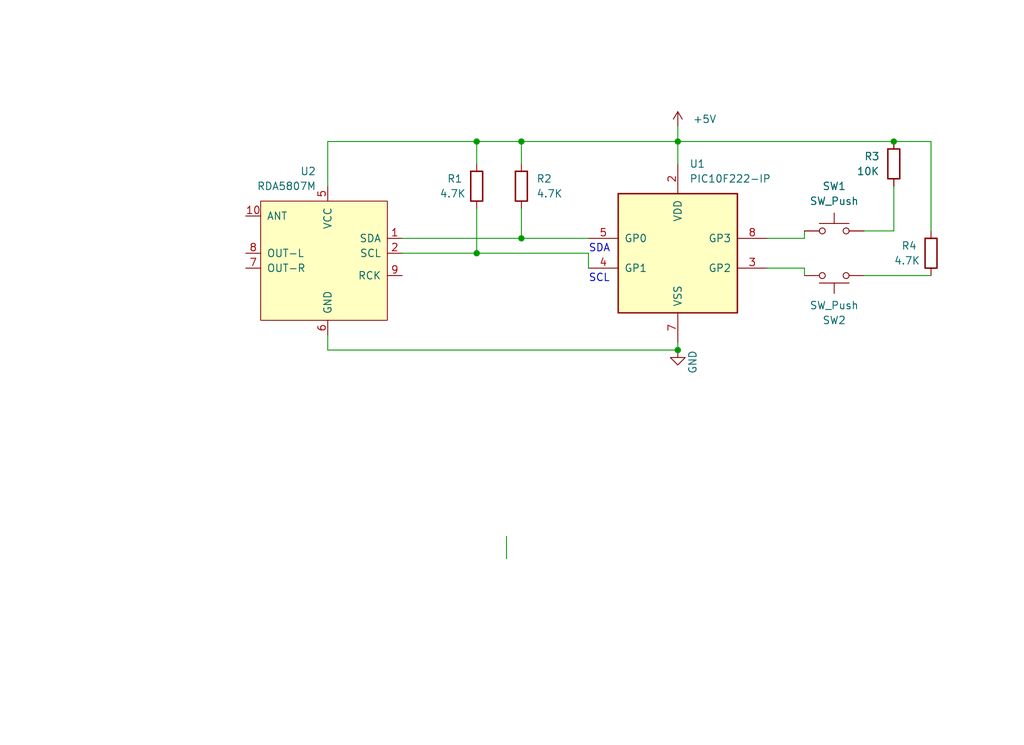
<source format=kicad_sch>
(kicad_sch (version 20230121) (generator eeschema)
  (paper "User" 174.6 127)
  (title_block (title "PIC10F222 and I2C setup") (company "Ricardo Lima Caratti"))
  (lib_symbols
    (symbol "Device:R" (pin_numbers hide) (pin_names (offset 0))
      (property "Reference" "R" (at 2.032 0 90))
      (property "Value" "R" (at 0 0 90))
      (symbol "R_0_1"
        (rectangle (start -1.016 -2.54) (end 1.016 2.54) (stroke (width 0.254)))
      )
      (symbol "R_1_1"
        (pin passive line (at 0 3.81 270) (length 1.27) (name "~") (number "1"))
        (pin passive line (at 0 -3.81 90) (length 1.27) (name "~") (number "2"))
      )
    )
    (symbol "MCU_Microchip_PIC10:PIC10F222-IP" (pin_names (offset 1.016))
      (property "Reference" "U" (at 1.27 13.97 0))
      (property "Value" "PIC10F222-IP" (at 1.27 11.43 0))
      (symbol "PIC10F222-IP_0_1"
        (rectangle (start -10.16 10.16) (end 10.16 -10.16) (stroke (width 0.254)) (fill (type background)))
      )
      (symbol "PIC10F222-IP_1_1"
        (pin power_in line (at 0 15.24 270) (length 5.08) (name "VDD") (number "2"))
        (pin bidirectional line (at 15.24 -2.54 180) (length 5.08) (name "GP2") (number "3"))
        (pin bidirectional line (at -15.24 -2.54 0) (length 5.08) (name "GP1") (number "4"))
        (pin bidirectional line (at -15.24 2.54 0) (length 5.08) (name "GP0") (number "5"))
        (pin power_in line (at 0 -15.24 90) (length 5.08) (name "VSS") (number "7"))
        (pin input line (at 15.24 2.54 180) (length 5.08) (name "GP3") (number "8"))
      )
    )
    (symbol "RF_Module:RDA5807M" (pin_names (offset 1.016))
      (property "Reference" "U" (at 10.16 12.7 0))
      (property "Value" "RDA5807M" (at 6.35 -10.16 0))
      (symbol "RDA5807M_0_1"
        (rectangle (start -10.16 11.43) (end 11.43 -8.89) (fill (type background)))
      )
      (symbol "RDA5807M_1_1"
        (pin input line (at -12.7 5.08 0) (length 2.54) (name "SDA") (number "1"))
        (pin input line (at 13.97 8.89 180) (length 2.54) (name "ANT") (number "10"))
        (pin input line (at -12.7 2.54 0) (length 2.54) (name "SCL") (number "2"))
        (pin power_in line (at 0 13.97 270) (length 2.54) (name "VCC") (number "5"))
        (pin power_out line (at 0 -11.43 90) (length 2.54) (name "GND") (number "6"))
        (pin output line (at 13.97 0 180) (length 2.54) (name "OUT-R") (number "7"))
        (pin output line (at 13.97 2.54 180) (length 2.54) (name "OUT-L") (number "8"))
        (pin input line (at -12.7 -1.27 0) (length 2.54) (name "RCK") (number "9"))
      )
    )
    (symbol "Switch:SW_Push" (pin_numbers hide) (pin_names (offset 1.016) hide)
      (property "Reference" "SW" (at 1.27 2.54 0))
      (property "Value" "SW_Push" (at 0 -1.524 0))
      (symbol "SW_Push_0_1"
        (circle (center -2.032 0) (radius 0.508))
        (polyline (pts (xy 0 1.27) (xy 0 3.048)))
        (polyline (pts (xy 2.54 1.27) (xy -2.54 1.27)))
        (circle (center 2.032 0) (radius 0.508))
        (pin passive line (at -5.08 0 0) (length 2.54) (name "1") (number "1"))
        (pin passive line (at 5.08 0 180) (length 2.54) (name "2") (number "2"))
      )
    )
    (symbol "power:+5V" (power) (pin_names (offset 0))
      (property "Value" "+5V" (at 0 3.556 0))
      (symbol "+5V_0_1"
        (polyline (pts (xy -0.762 1.27) (xy 0 2.54)))
        (polyline (pts (xy 0 0) (xy 0 2.54)))
        (polyline (pts (xy 0 2.54) (xy 0.762 1.27)))
      )
      (symbol "+5V_1_1"
        (pin power_in line (at 0 0 90) (length 0) hide (name "+5V") (number "1"))
      )
    )
    (symbol "power:GND" (power) (pin_names (offset 0))
      (property "Value" "GND" (at 0 -3.81 0))
      (symbol "GND_0_1"
        (polyline (pts (xy 0 0) (xy 0 -1.27) (xy 1.27 -1.27) (xy 0 -2.54) (xy -1.27 -1.27) (xy 0 -1.27)))
      )
      (symbol "GND_1_1"
        (pin power_in line (at 0 0 270) (length 0) hide (name "GND") (number "1"))
      )
    )
  )
  (junction (at 88.9 24.13))
  (junction (at 115.57 24.13))
  (junction (at 81.28 43.18))
  (junction (at 81.28 24.13))
  (junction (at 88.9 40.64))
  (junction (at 152.4 24.13))
  (junction (at 115.57 59.69))
  (wire (pts (xy 86.36 91.44) (xy 86.36 95.25)))
  (wire (pts (xy 88.9 35.56) (xy 88.9 40.64)))
  (wire (pts (xy 88.9 40.64) (xy 100.33 40.64)))
  (wire (pts (xy 68.58 40.64) (xy 88.9 40.64)))
  (wire (pts (xy 115.57 24.13) (xy 115.57 27.94)))
  (wire (pts (xy 68.58 43.18) (xy 81.28 43.18)))
  (wire (pts (xy 130.81 40.64) (xy 137.16 40.64)))
  (wire (pts (xy 81.28 24.13) (xy 81.28 27.94)))
  (wire (pts (xy 55.88 59.69) (xy 115.57 59.69)))
  (wire (pts (xy 55.88 24.13) (xy 81.28 24.13)))
  (wire (pts (xy 158.75 39.37) (xy 158.75 24.13)))
  (wire (pts (xy 137.16 45.72) (xy 137.16 46.99)))
  (wire (pts (xy 147.32 39.37) (xy 152.4 39.37)))
  (wire (pts (xy 81.28 43.18) (xy 100.33 43.18)))
  (wire (pts (xy 147.32 46.99) (xy 158.75 46.99)))
  (wire (pts (xy 115.57 21.59) (xy 115.57 24.13)))
  (wire (pts (xy 158.75 24.13) (xy 152.4 24.13)))
  (wire (pts (xy 88.9 24.13) (xy 88.9 27.94)))
  (wire (pts (xy 55.88 57.15) (xy 55.88 59.69)))
  (wire (pts (xy 88.9 24.13) (xy 115.57 24.13)))
  (wire (pts (xy 115.57 24.13) (xy 152.4 24.13)))
  (wire (pts (xy 130.81 45.72) (xy 137.16 45.72)))
  (wire (pts (xy 115.57 58.42) (xy 115.57 59.69)))
  (wire (pts (xy 100.33 43.18) (xy 100.33 45.72)))
  (wire (pts (xy 81.28 24.13) (xy 88.9 24.13)))
  (wire (pts (xy 137.16 39.37) (xy 137.16 40.64)))
  (wire (pts (xy 152.4 39.37) (xy 152.4 31.75)))
  (wire (pts (xy 55.88 31.75) (xy 55.88 24.13)))
  (wire (pts (xy 81.28 35.56) (xy 81.28 43.18)))
  (text "SCL" (at 100.33 48.26 0) (effects (font (size 1.27 1.27)) (justify left bottom)))
  (text "SDA" (at 100.33 43.18 0) (effects (font (size 1.27 1.27)) (justify left bottom)))
  (symbol (lib_id "Device:R") (at 158.75 43.18 0) (unit 1)
    (property "Reference" "R4" (at 153.67 41.91 0) (effects (justify left)))
    (property "Value" "4.7K" (at 152.4 44.45 0) (effects (justify left)))
  )
  (symbol (lib_id "Device:R") (at 152.4 27.94 0) (unit 1)
    (property "Reference" "R3" (at 147.32 26.67 0) (effects (justify left)))
    (property "Value" "10K" (at 146.05 29.21 0) (effects (justify left)))
  )
  (symbol (lib_id "Device:R") (at 88.9 31.75 0) (unit 1)
    (property "Reference" "R2" (at 91.44 30.48 0) (effects (justify left)))
    (property "Value" "4.7K" (at 91.44 33.02 0) (effects (justify left)))
  )
  (symbol (lib_id "power:GND") (at 115.57 59.69 0) (unit 1)
    (property "Reference" "#PWR01" (effects hide))
    (property "Value" "GND" (at 118.11 59.69 90) (effects (justify right)))
  )
  (symbol (lib_id "MCU_Microchip_PIC10:PIC10F222-IP") (at 115.57 43.18 0) (unit 1)
    (property "Reference" "U1" (at 117.5259 27.94 0) (effects (justify left)))
    (property "Value" "PIC10F222-IP" (at 117.5259 30.48 0) (effects (justify left)))
    (property "Footprint" "Package_DIP:DIP-8_W7.62mm" (effects hide))
    (property "Datasheet" "http://ww1.microchip.com/downloads/en/DeviceDoc/41270E.pdf" (effects hide))
  )
  (symbol (lib_id "Switch:SW_Push") (at 142.24 46.99 0) (mirror x) (unit 1)
    (property "Reference" "SW2" (at 142.24 54.61 0))
    (property "Value" "SW_Push" (at 142.24 52.07 0))
  )
  (symbol (lib_id "power:+5V") (at 115.57 21.59 0) (unit 1)
    (property "Reference" "#PWR05" (effects hide))
    (property "Value" "+5V" (at 118.11 20.32 0) (effects (justify left)))
  )
  (symbol (lib_id "Device:R") (at 81.28 31.75 0) (unit 1)
    (property "Reference" "R1" (at 76.2 30.48 0) (effects (justify left)))
    (property "Value" "4.7K" (at 74.93 33.02 0) (effects (justify left)))
  )
  (symbol (lib_id "Switch:SW_Push") (at 142.24 39.37 0) (unit 1)
    (property "Reference" "SW1" (at 142.24 31.75 0))
    (property "Value" "SW_Push" (at 142.24 34.29 0))
  )
  (symbol (lib_id "RF_Module:RDA5807M") (at 55.88 45.72 0) (mirror y) (unit 1)
    (property "Reference" "U2" (at 53.9241 29.21 0) (effects (justify left)))
    (property "Value" "RDA5807M" (at 53.9241 31.75 0) (effects (justify left)))
  )
)
</source>
